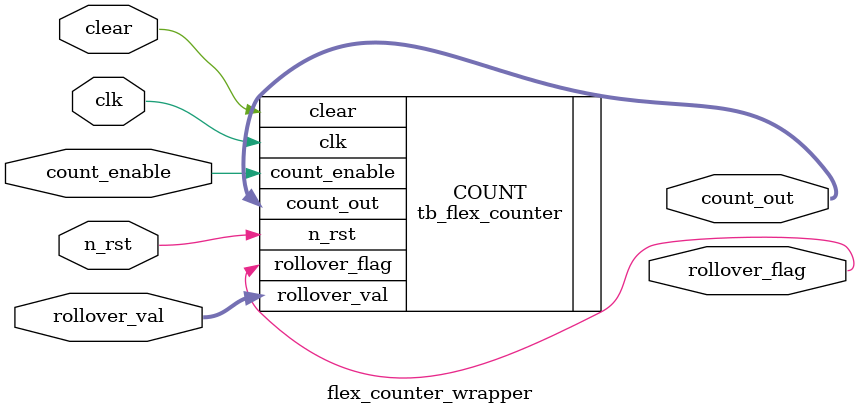
<source format=sv>

module flex_counter_wrapper
(
    input logic clk, n_rst, clear, count_enable,
    input logic [7:0] rollover_val,
    output logic [7:0] count_out,
    output logic rollover_flag
);

tb_flex_counter #(.NUM_CNT_BITS(8)) COUNT(.clk(clk), .n_rst(n_rst), .clear(clear), .count_enable(count_enable), .rollover_val(rollover_val), .count_out(count_out), .rollover_flag(rollover_flag));

endmodule
</source>
